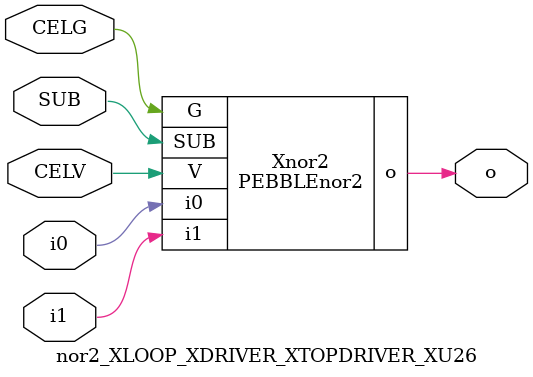
<source format=v>



module PEBBLEnor2 ( o, G, SUB, V, i0, i1 );

  input i0;
  input V;
  input i1;
  input G;
  output o;
  input SUB;
endmodule

//Celera Confidential Do Not Copy nor2_XLOOP_XDRIVER_XTOPDRIVER_XU26
//Celera Confidential Symbol Generator
//nor2
module nor2_XLOOP_XDRIVER_XTOPDRIVER_XU26 (CELV,CELG,i0,i1,o,SUB);
input CELV;
input CELG;
input i0;
input i1;
input SUB;
output o;

//Celera Confidential Do Not Copy nor2
PEBBLEnor2 Xnor2(
.V (CELV),
.i0 (i0),
.i1 (i1),
.o (o),
.SUB (SUB),
.G (CELG)
);
//,diesize,PEBBLEnor2

//Celera Confidential Do Not Copy Module End
//Celera Schematic Generator
endmodule

</source>
